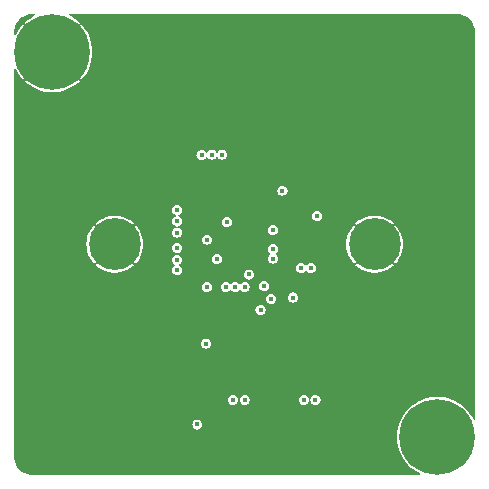
<source format=gbr>
%TF.GenerationSoftware,KiCad,Pcbnew,8.0.9*%
%TF.CreationDate,2025-03-13T22:53:30+08:00*%
%TF.ProjectId,Raspberry_pi_IMX662,52617370-6265-4727-9279-5f70695f494d,rev?*%
%TF.SameCoordinates,Original*%
%TF.FileFunction,Copper,L2,Inr*%
%TF.FilePolarity,Positive*%
%FSLAX46Y46*%
G04 Gerber Fmt 4.6, Leading zero omitted, Abs format (unit mm)*
G04 Created by KiCad (PCBNEW 8.0.9) date 2025-03-13 22:53:30*
%MOMM*%
%LPD*%
G01*
G04 APERTURE LIST*
%TA.AperFunction,ComponentPad*%
%ADD10C,6.400000*%
%TD*%
%TA.AperFunction,ComponentPad*%
%ADD11C,4.400000*%
%TD*%
%TA.AperFunction,ViaPad*%
%ADD12C,0.450000*%
%TD*%
G04 APERTURE END LIST*
D10*
%TO.N,unconnected-(H6-Pad1)*%
%TO.C,H6*%
X154900000Y-117350000D03*
%TD*%
D11*
%TO.N,GND*%
%TO.C,H2*%
X127600000Y-101050000D03*
%TD*%
%TO.N,GND*%
%TO.C,H1*%
X149600000Y-101050000D03*
%TD*%
D10*
%TO.N,GND*%
%TO.C,H5*%
X122300000Y-84750000D03*
%TD*%
D12*
%TO.N,GND*%
X139600000Y-115800000D03*
X141800000Y-102250000D03*
X142600000Y-115850000D03*
X136975000Y-100650000D03*
X143174999Y-85021823D03*
X132325000Y-90950000D03*
X137375000Y-90900000D03*
X145600000Y-115800000D03*
X135387940Y-102241926D03*
X146275000Y-90800000D03*
X141000000Y-98250000D03*
X141806261Y-97444669D03*
X125575000Y-108450000D03*
X133803990Y-99854653D03*
X146400000Y-96750000D03*
X135550000Y-107500000D03*
X141800000Y-99850000D03*
X141225000Y-90800000D03*
X142600000Y-104650000D03*
X135406169Y-99054082D03*
X136600000Y-115750000D03*
X148590000Y-117000000D03*
X137000000Y-98250000D03*
X122250000Y-115660000D03*
X134337500Y-85162500D03*
X128610000Y-117000000D03*
X135400000Y-103850000D03*
X133850000Y-98150000D03*
X133800000Y-102250000D03*
X137050000Y-103800000D03*
%TO.N,1V2*%
X136700000Y-93450000D03*
X142700000Y-105550000D03*
X135800000Y-93450000D03*
X140987202Y-99847158D03*
X137100000Y-99150000D03*
X136250000Y-102300000D03*
X140999999Y-101449661D03*
X141000000Y-102250000D03*
X135404082Y-104661131D03*
X134950000Y-93500000D03*
%TO.N,1V8*%
X141800000Y-96500000D03*
%TO.N,3V3*%
X132900000Y-103250000D03*
X132850000Y-102350000D03*
X132900000Y-99100000D03*
X132900000Y-101350000D03*
%TO.N,Net-(U1C-VRLST)*%
X135400000Y-100650000D03*
%TO.N,Net-(U1C-VRLFR)*%
X132900000Y-100050000D03*
%TO.N,Net-(U1C-VRHT)*%
X132900000Y-98150000D03*
%TO.N,Net-(U1C-XMASTER)*%
X136996671Y-104646227D03*
%TO.N,Net-(U1C-SLAMODE1)*%
X138960000Y-103600000D03*
%TO.N,Net-(U1C-SLAMODE0)*%
X140850000Y-105650000D03*
%TO.N,SCL_1V8*%
X137795311Y-104654780D03*
%TO.N,DMO2N*%
X144200000Y-103050000D03*
%TO.N,XCLR_1V8*%
X135350000Y-109450000D03*
X139950000Y-106610000D03*
%TO.N,DMO1P*%
X143600000Y-114200000D03*
%TO.N,Net-(U1C-INCK)*%
X144750000Y-98650000D03*
%TO.N,DCKN*%
X138600000Y-114200000D03*
%TO.N,DCKP*%
X137600000Y-114200000D03*
%TO.N,DMO2P*%
X143400000Y-103050000D03*
%TO.N,DMO1N*%
X144600000Y-114200000D03*
%TO.N,SDA_1V8*%
X138600000Y-104650000D03*
%TO.N,LED*%
X134600000Y-116300000D03*
%TO.N,Net-(U1C-XCLR)*%
X140250000Y-104600000D03*
%TD*%
%TA.AperFunction,Conductor*%
%TO.N,GND*%
G36*
X156602223Y-81550659D02*
G01*
X156808943Y-81565444D01*
X156817768Y-81566713D01*
X157018095Y-81610290D01*
X157026646Y-81612802D01*
X157218732Y-81684447D01*
X157226830Y-81688145D01*
X157324805Y-81741643D01*
X157406766Y-81786397D01*
X157414268Y-81791218D01*
X157578388Y-81914077D01*
X157585127Y-81919917D01*
X157730082Y-82064872D01*
X157735922Y-82071611D01*
X157858781Y-82235731D01*
X157863602Y-82243233D01*
X157961851Y-82423162D01*
X157965555Y-82431273D01*
X158037196Y-82623350D01*
X158039709Y-82631907D01*
X158083286Y-82832231D01*
X158084555Y-82841057D01*
X158099341Y-83047776D01*
X158099500Y-83052235D01*
X158099500Y-115873888D01*
X158081194Y-115918082D01*
X158037000Y-115936388D01*
X157992806Y-115918082D01*
X157981781Y-115903164D01*
X157818019Y-115594279D01*
X157818012Y-115594268D01*
X157611096Y-115289092D01*
X157611093Y-115289087D01*
X157372380Y-115008052D01*
X157372378Y-115008050D01*
X157372373Y-115008044D01*
X157104670Y-114754462D01*
X156811119Y-114531309D01*
X156680290Y-114452593D01*
X156495162Y-114341205D01*
X156160503Y-114186375D01*
X156160495Y-114186372D01*
X156160488Y-114186369D01*
X155811077Y-114068639D01*
X155811066Y-114068636D01*
X155450946Y-113989367D01*
X155084373Y-113949500D01*
X155084370Y-113949500D01*
X154715630Y-113949500D01*
X154715626Y-113949500D01*
X154349053Y-113989367D01*
X153988933Y-114068636D01*
X153988922Y-114068639D01*
X153639511Y-114186369D01*
X153639500Y-114186373D01*
X153639497Y-114186375D01*
X153433725Y-114281575D01*
X153304846Y-114341201D01*
X153304843Y-114341202D01*
X153304838Y-114341205D01*
X153198425Y-114405231D01*
X152988880Y-114531309D01*
X152695329Y-114754462D01*
X152427630Y-115008041D01*
X152427619Y-115008052D01*
X152188906Y-115289087D01*
X152188903Y-115289092D01*
X151981987Y-115594268D01*
X151981980Y-115594279D01*
X151809264Y-115920054D01*
X151809260Y-115920062D01*
X151672774Y-116262617D01*
X151672773Y-116262618D01*
X151574125Y-116617918D01*
X151514468Y-116981806D01*
X151494506Y-117349994D01*
X151494506Y-117350005D01*
X151514468Y-117718193D01*
X151574125Y-118082081D01*
X151672773Y-118437381D01*
X151672774Y-118437382D01*
X151809260Y-118779937D01*
X151809264Y-118779945D01*
X151981980Y-119105720D01*
X151981987Y-119105731D01*
X152188903Y-119410907D01*
X152188906Y-119410912D01*
X152188909Y-119410915D01*
X152188910Y-119410917D01*
X152244743Y-119476649D01*
X152414784Y-119676837D01*
X152427627Y-119691956D01*
X152695329Y-119945537D01*
X152988880Y-120168690D01*
X153106343Y-120239364D01*
X153304838Y-120358795D01*
X153304845Y-120358798D01*
X153304848Y-120358800D01*
X153304858Y-120358805D01*
X153459342Y-120430277D01*
X153491765Y-120465447D01*
X153489822Y-120513243D01*
X153454652Y-120545666D01*
X153433099Y-120549500D01*
X120602236Y-120549500D01*
X120597777Y-120549341D01*
X120391057Y-120534555D01*
X120382231Y-120533286D01*
X120181907Y-120489709D01*
X120173350Y-120487196D01*
X119981273Y-120415555D01*
X119973162Y-120411851D01*
X119793233Y-120313602D01*
X119785731Y-120308781D01*
X119621611Y-120185922D01*
X119614872Y-120180082D01*
X119469917Y-120035127D01*
X119464077Y-120028388D01*
X119341218Y-119864268D01*
X119336397Y-119856766D01*
X119246399Y-119691947D01*
X119238145Y-119676830D01*
X119234447Y-119668732D01*
X119162802Y-119476646D01*
X119160290Y-119468092D01*
X119147851Y-119410912D01*
X119116713Y-119267768D01*
X119115444Y-119258942D01*
X119100659Y-119052223D01*
X119100500Y-119047764D01*
X119100500Y-116300000D01*
X134169196Y-116300000D01*
X134190281Y-116433126D01*
X134190282Y-116433130D01*
X134251471Y-116553219D01*
X134346780Y-116648528D01*
X134466869Y-116709717D01*
X134466871Y-116709717D01*
X134466874Y-116709719D01*
X134600000Y-116730804D01*
X134733126Y-116709719D01*
X134853220Y-116648528D01*
X134948528Y-116553220D01*
X135009719Y-116433126D01*
X135030804Y-116300000D01*
X135009719Y-116166874D01*
X135009717Y-116166871D01*
X135009717Y-116166869D01*
X134948528Y-116046780D01*
X134853219Y-115951471D01*
X134733130Y-115890282D01*
X134733126Y-115890281D01*
X134600000Y-115869196D01*
X134466873Y-115890281D01*
X134466869Y-115890282D01*
X134346780Y-115951471D01*
X134251471Y-116046780D01*
X134190282Y-116166869D01*
X134190281Y-116166873D01*
X134169196Y-116300000D01*
X119100500Y-116300000D01*
X119100500Y-114200000D01*
X137169196Y-114200000D01*
X137190281Y-114333126D01*
X137190282Y-114333130D01*
X137251471Y-114453219D01*
X137346780Y-114548528D01*
X137466869Y-114609717D01*
X137466871Y-114609717D01*
X137466874Y-114609719D01*
X137600000Y-114630804D01*
X137733126Y-114609719D01*
X137853220Y-114548528D01*
X137948528Y-114453220D01*
X138009719Y-114333126D01*
X138030804Y-114200000D01*
X138169196Y-114200000D01*
X138190281Y-114333126D01*
X138190282Y-114333130D01*
X138251471Y-114453219D01*
X138346780Y-114548528D01*
X138466869Y-114609717D01*
X138466871Y-114609717D01*
X138466874Y-114609719D01*
X138600000Y-114630804D01*
X138733126Y-114609719D01*
X138853220Y-114548528D01*
X138948528Y-114453220D01*
X139009719Y-114333126D01*
X139030804Y-114200000D01*
X143169196Y-114200000D01*
X143190281Y-114333126D01*
X143190282Y-114333130D01*
X143251471Y-114453219D01*
X143346780Y-114548528D01*
X143466869Y-114609717D01*
X143466871Y-114609717D01*
X143466874Y-114609719D01*
X143600000Y-114630804D01*
X143733126Y-114609719D01*
X143853220Y-114548528D01*
X143948528Y-114453220D01*
X144009719Y-114333126D01*
X144030804Y-114200000D01*
X144169196Y-114200000D01*
X144190281Y-114333126D01*
X144190282Y-114333130D01*
X144251471Y-114453219D01*
X144346780Y-114548528D01*
X144466869Y-114609717D01*
X144466871Y-114609717D01*
X144466874Y-114609719D01*
X144600000Y-114630804D01*
X144733126Y-114609719D01*
X144853220Y-114548528D01*
X144948528Y-114453220D01*
X145009719Y-114333126D01*
X145030804Y-114200000D01*
X145009719Y-114066874D01*
X145009717Y-114066871D01*
X145009717Y-114066869D01*
X144948528Y-113946780D01*
X144853219Y-113851471D01*
X144733130Y-113790282D01*
X144733126Y-113790281D01*
X144600000Y-113769196D01*
X144466873Y-113790281D01*
X144466869Y-113790282D01*
X144346780Y-113851471D01*
X144251471Y-113946780D01*
X144190282Y-114066869D01*
X144190281Y-114066873D01*
X144169196Y-114200000D01*
X144030804Y-114200000D01*
X144009719Y-114066874D01*
X144009717Y-114066871D01*
X144009717Y-114066869D01*
X143948528Y-113946780D01*
X143853219Y-113851471D01*
X143733130Y-113790282D01*
X143733126Y-113790281D01*
X143600000Y-113769196D01*
X143466873Y-113790281D01*
X143466869Y-113790282D01*
X143346780Y-113851471D01*
X143251471Y-113946780D01*
X143190282Y-114066869D01*
X143190281Y-114066873D01*
X143169196Y-114200000D01*
X139030804Y-114200000D01*
X139009719Y-114066874D01*
X139009717Y-114066871D01*
X139009717Y-114066869D01*
X138948528Y-113946780D01*
X138853219Y-113851471D01*
X138733130Y-113790282D01*
X138733126Y-113790281D01*
X138600000Y-113769196D01*
X138466873Y-113790281D01*
X138466869Y-113790282D01*
X138346780Y-113851471D01*
X138251471Y-113946780D01*
X138190282Y-114066869D01*
X138190281Y-114066873D01*
X138169196Y-114200000D01*
X138030804Y-114200000D01*
X138009719Y-114066874D01*
X138009717Y-114066871D01*
X138009717Y-114066869D01*
X137948528Y-113946780D01*
X137853219Y-113851471D01*
X137733130Y-113790282D01*
X137733126Y-113790281D01*
X137600000Y-113769196D01*
X137466873Y-113790281D01*
X137466869Y-113790282D01*
X137346780Y-113851471D01*
X137251471Y-113946780D01*
X137190282Y-114066869D01*
X137190281Y-114066873D01*
X137169196Y-114200000D01*
X119100500Y-114200000D01*
X119100500Y-109450000D01*
X134919196Y-109450000D01*
X134940281Y-109583126D01*
X134940282Y-109583130D01*
X135001471Y-109703219D01*
X135096780Y-109798528D01*
X135216869Y-109859717D01*
X135216871Y-109859717D01*
X135216874Y-109859719D01*
X135350000Y-109880804D01*
X135483126Y-109859719D01*
X135603220Y-109798528D01*
X135698528Y-109703220D01*
X135759719Y-109583126D01*
X135780804Y-109450000D01*
X135759719Y-109316874D01*
X135759717Y-109316871D01*
X135759717Y-109316869D01*
X135698528Y-109196780D01*
X135603219Y-109101471D01*
X135483130Y-109040282D01*
X135483126Y-109040281D01*
X135350000Y-109019196D01*
X135216873Y-109040281D01*
X135216869Y-109040282D01*
X135096780Y-109101471D01*
X135001471Y-109196780D01*
X134940282Y-109316869D01*
X134940281Y-109316873D01*
X134919196Y-109450000D01*
X119100500Y-109450000D01*
X119100500Y-106610000D01*
X139519196Y-106610000D01*
X139540281Y-106743126D01*
X139540282Y-106743130D01*
X139601471Y-106863219D01*
X139696780Y-106958528D01*
X139816869Y-107019717D01*
X139816871Y-107019717D01*
X139816874Y-107019719D01*
X139950000Y-107040804D01*
X140083126Y-107019719D01*
X140203220Y-106958528D01*
X140298528Y-106863220D01*
X140359719Y-106743126D01*
X140380804Y-106610000D01*
X140359719Y-106476874D01*
X140359717Y-106476871D01*
X140359717Y-106476869D01*
X140298528Y-106356780D01*
X140203219Y-106261471D01*
X140083130Y-106200282D01*
X140083126Y-106200281D01*
X139950000Y-106179196D01*
X139816873Y-106200281D01*
X139816869Y-106200282D01*
X139696780Y-106261471D01*
X139601471Y-106356780D01*
X139540282Y-106476869D01*
X139540281Y-106476873D01*
X139519196Y-106610000D01*
X119100500Y-106610000D01*
X119100500Y-105650000D01*
X140419196Y-105650000D01*
X140440281Y-105783126D01*
X140440282Y-105783130D01*
X140501471Y-105903219D01*
X140596780Y-105998528D01*
X140716869Y-106059717D01*
X140716871Y-106059717D01*
X140716874Y-106059719D01*
X140850000Y-106080804D01*
X140983126Y-106059719D01*
X141103220Y-105998528D01*
X141198528Y-105903220D01*
X141259719Y-105783126D01*
X141280804Y-105650000D01*
X141264966Y-105550000D01*
X142269196Y-105550000D01*
X142290281Y-105683126D01*
X142290282Y-105683130D01*
X142351471Y-105803219D01*
X142446780Y-105898528D01*
X142566869Y-105959717D01*
X142566871Y-105959717D01*
X142566874Y-105959719D01*
X142700000Y-105980804D01*
X142833126Y-105959719D01*
X142953220Y-105898528D01*
X143048528Y-105803220D01*
X143109719Y-105683126D01*
X143130804Y-105550000D01*
X143109719Y-105416874D01*
X143109717Y-105416871D01*
X143109717Y-105416869D01*
X143048528Y-105296780D01*
X142953219Y-105201471D01*
X142833130Y-105140282D01*
X142833126Y-105140281D01*
X142700000Y-105119196D01*
X142566873Y-105140281D01*
X142566869Y-105140282D01*
X142446780Y-105201471D01*
X142351471Y-105296780D01*
X142290282Y-105416869D01*
X142290281Y-105416873D01*
X142269196Y-105550000D01*
X141264966Y-105550000D01*
X141259719Y-105516874D01*
X141259717Y-105516871D01*
X141259717Y-105516869D01*
X141198528Y-105396780D01*
X141103219Y-105301471D01*
X140983130Y-105240282D01*
X140983126Y-105240281D01*
X140850000Y-105219196D01*
X140716873Y-105240281D01*
X140716869Y-105240282D01*
X140596780Y-105301471D01*
X140501471Y-105396780D01*
X140440282Y-105516869D01*
X140440281Y-105516873D01*
X140419196Y-105650000D01*
X119100500Y-105650000D01*
X119100500Y-104661131D01*
X134973278Y-104661131D01*
X134994363Y-104794257D01*
X134994364Y-104794261D01*
X135055553Y-104914350D01*
X135150862Y-105009659D01*
X135270951Y-105070848D01*
X135270953Y-105070848D01*
X135270956Y-105070850D01*
X135404082Y-105091935D01*
X135537208Y-105070850D01*
X135657302Y-105009659D01*
X135752610Y-104914351D01*
X135813801Y-104794257D01*
X135834886Y-104661131D01*
X135832525Y-104646227D01*
X136565867Y-104646227D01*
X136586952Y-104779353D01*
X136586953Y-104779357D01*
X136648142Y-104899446D01*
X136743451Y-104994755D01*
X136863540Y-105055944D01*
X136863542Y-105055944D01*
X136863545Y-105055946D01*
X136996671Y-105077031D01*
X137129797Y-105055946D01*
X137249891Y-104994755D01*
X137345199Y-104899447D01*
X137345199Y-104899446D01*
X137348677Y-104895969D01*
X137350880Y-104898172D01*
X137382919Y-104878350D01*
X137429480Y-104889317D01*
X137442787Y-104904820D01*
X137443890Y-104904019D01*
X137446781Y-104907998D01*
X137542091Y-105003308D01*
X137662180Y-105064497D01*
X137662182Y-105064497D01*
X137662185Y-105064499D01*
X137795311Y-105085584D01*
X137928437Y-105064499D01*
X138048531Y-105003308D01*
X138143839Y-104908000D01*
X138143840Y-104907997D01*
X138146732Y-104904019D01*
X138148043Y-104904971D01*
X138179698Y-104877925D01*
X138227386Y-104881669D01*
X138249584Y-104900622D01*
X138251471Y-104903219D01*
X138346780Y-104998528D01*
X138466869Y-105059717D01*
X138466871Y-105059717D01*
X138466874Y-105059719D01*
X138600000Y-105080804D01*
X138733126Y-105059719D01*
X138853220Y-104998528D01*
X138948528Y-104903220D01*
X139009719Y-104783126D01*
X139030804Y-104650000D01*
X139022885Y-104600000D01*
X139819196Y-104600000D01*
X139840281Y-104733126D01*
X139840282Y-104733130D01*
X139901471Y-104853219D01*
X139996780Y-104948528D01*
X140116869Y-105009717D01*
X140116871Y-105009717D01*
X140116874Y-105009719D01*
X140250000Y-105030804D01*
X140383126Y-105009719D01*
X140503220Y-104948528D01*
X140598528Y-104853220D01*
X140659719Y-104733126D01*
X140680804Y-104600000D01*
X140659719Y-104466874D01*
X140659717Y-104466871D01*
X140659717Y-104466869D01*
X140598528Y-104346780D01*
X140503219Y-104251471D01*
X140383130Y-104190282D01*
X140383126Y-104190281D01*
X140250000Y-104169196D01*
X140116873Y-104190281D01*
X140116869Y-104190282D01*
X139996780Y-104251471D01*
X139901471Y-104346780D01*
X139840282Y-104466869D01*
X139840281Y-104466873D01*
X139819196Y-104600000D01*
X139022885Y-104600000D01*
X139009719Y-104516874D01*
X139009717Y-104516871D01*
X139009717Y-104516869D01*
X138948528Y-104396780D01*
X138853219Y-104301471D01*
X138733130Y-104240282D01*
X138733126Y-104240281D01*
X138600000Y-104219196D01*
X138466873Y-104240281D01*
X138466869Y-104240282D01*
X138346780Y-104301471D01*
X138251470Y-104396781D01*
X138248579Y-104400761D01*
X138247271Y-104399811D01*
X138215591Y-104426861D01*
X138167904Y-104423100D01*
X138145725Y-104404156D01*
X138143840Y-104401562D01*
X138143839Y-104401560D01*
X138048531Y-104306252D01*
X138048530Y-104306251D01*
X137928441Y-104245062D01*
X137928437Y-104245061D01*
X137795311Y-104223976D01*
X137662184Y-104245061D01*
X137662180Y-104245062D01*
X137542091Y-104306251D01*
X137443305Y-104405038D01*
X137441192Y-104402925D01*
X137408502Y-104422745D01*
X137362042Y-104411355D01*
X137349165Y-104396208D01*
X137348092Y-104396988D01*
X137345200Y-104393008D01*
X137249890Y-104297698D01*
X137129801Y-104236509D01*
X137129797Y-104236508D01*
X136996671Y-104215423D01*
X136863544Y-104236508D01*
X136863540Y-104236509D01*
X136743451Y-104297698D01*
X136648142Y-104393007D01*
X136586953Y-104513096D01*
X136586952Y-104513100D01*
X136565867Y-104646227D01*
X135832525Y-104646227D01*
X135813801Y-104528005D01*
X135813799Y-104528002D01*
X135813799Y-104528000D01*
X135752610Y-104407911D01*
X135657301Y-104312602D01*
X135537212Y-104251413D01*
X135537208Y-104251412D01*
X135404082Y-104230327D01*
X135270955Y-104251412D01*
X135270951Y-104251413D01*
X135150862Y-104312602D01*
X135055553Y-104407911D01*
X134994364Y-104528000D01*
X134994363Y-104528004D01*
X134973278Y-104661131D01*
X119100500Y-104661131D01*
X119100500Y-101050000D01*
X125195255Y-101050000D01*
X125214217Y-101351397D01*
X125214218Y-101351401D01*
X125270803Y-101648035D01*
X125364123Y-101935241D01*
X125364126Y-101935248D01*
X125492706Y-102208495D01*
X125492716Y-102208513D01*
X125654513Y-102463463D01*
X125654528Y-102463485D01*
X125831351Y-102677225D01*
X126752974Y-101755601D01*
X126760967Y-101766602D01*
X126883398Y-101889033D01*
X126894396Y-101897024D01*
X125975038Y-102816382D01*
X126067158Y-102902888D01*
X126311476Y-103080394D01*
X126311483Y-103080399D01*
X126576107Y-103225876D01*
X126576112Y-103225879D01*
X126856887Y-103337046D01*
X126856906Y-103337052D01*
X127149393Y-103412149D01*
X127149391Y-103412149D01*
X127449006Y-103450000D01*
X127750994Y-103450000D01*
X128050607Y-103412149D01*
X128343093Y-103337052D01*
X128343112Y-103337046D01*
X128623887Y-103225879D01*
X128623892Y-103225876D01*
X128888516Y-103080399D01*
X128888523Y-103080394D01*
X129132845Y-102902884D01*
X129224959Y-102816381D01*
X128305602Y-101897024D01*
X128316602Y-101889033D01*
X128439033Y-101766602D01*
X128447024Y-101755602D01*
X129368647Y-102677225D01*
X129368648Y-102677225D01*
X129545478Y-102463476D01*
X129617492Y-102350000D01*
X132419196Y-102350000D01*
X132440281Y-102483126D01*
X132440282Y-102483130D01*
X132501471Y-102603219D01*
X132596780Y-102698528D01*
X132711635Y-102757050D01*
X132742702Y-102793425D01*
X132738949Y-102841112D01*
X132711636Y-102868426D01*
X132646779Y-102901472D01*
X132551471Y-102996780D01*
X132490282Y-103116869D01*
X132490281Y-103116873D01*
X132469196Y-103250000D01*
X132490281Y-103383126D01*
X132490282Y-103383130D01*
X132551471Y-103503219D01*
X132646780Y-103598528D01*
X132766869Y-103659717D01*
X132766871Y-103659717D01*
X132766874Y-103659719D01*
X132900000Y-103680804D01*
X133033126Y-103659719D01*
X133150331Y-103600000D01*
X138529196Y-103600000D01*
X138550281Y-103733126D01*
X138550282Y-103733130D01*
X138611471Y-103853219D01*
X138706780Y-103948528D01*
X138826869Y-104009717D01*
X138826871Y-104009717D01*
X138826874Y-104009719D01*
X138960000Y-104030804D01*
X139093126Y-104009719D01*
X139213220Y-103948528D01*
X139308528Y-103853220D01*
X139369719Y-103733126D01*
X139390804Y-103600000D01*
X139369719Y-103466874D01*
X139369717Y-103466871D01*
X139369717Y-103466869D01*
X139308528Y-103346780D01*
X139213219Y-103251471D01*
X139093130Y-103190282D01*
X139093126Y-103190281D01*
X138960000Y-103169196D01*
X138826873Y-103190281D01*
X138826869Y-103190282D01*
X138706780Y-103251471D01*
X138611471Y-103346780D01*
X138550282Y-103466869D01*
X138550281Y-103466873D01*
X138529196Y-103600000D01*
X133150331Y-103600000D01*
X133153220Y-103598528D01*
X133248528Y-103503220D01*
X133309719Y-103383126D01*
X133330804Y-103250000D01*
X133309719Y-103116874D01*
X133309717Y-103116871D01*
X133309717Y-103116869D01*
X133275645Y-103050000D01*
X142969196Y-103050000D01*
X142990281Y-103183126D01*
X142990282Y-103183130D01*
X143051471Y-103303219D01*
X143146780Y-103398528D01*
X143266869Y-103459717D01*
X143266871Y-103459717D01*
X143266874Y-103459719D01*
X143400000Y-103480804D01*
X143533126Y-103459719D01*
X143653220Y-103398528D01*
X143748528Y-103303220D01*
X143748531Y-103303212D01*
X143749437Y-103301968D01*
X143750322Y-103301425D01*
X143752006Y-103299742D01*
X143752410Y-103300146D01*
X143790224Y-103276975D01*
X143836738Y-103288143D01*
X143850563Y-103301968D01*
X143851470Y-103303217D01*
X143851472Y-103303220D01*
X143851474Y-103303222D01*
X143946780Y-103398528D01*
X144066869Y-103459717D01*
X144066871Y-103459717D01*
X144066874Y-103459719D01*
X144200000Y-103480804D01*
X144333126Y-103459719D01*
X144453220Y-103398528D01*
X144548528Y-103303220D01*
X144609719Y-103183126D01*
X144630804Y-103050000D01*
X144609719Y-102916874D01*
X144609717Y-102916871D01*
X144609717Y-102916869D01*
X144548528Y-102796780D01*
X144453219Y-102701471D01*
X144333130Y-102640282D01*
X144333126Y-102640281D01*
X144200000Y-102619196D01*
X144066873Y-102640281D01*
X144066869Y-102640282D01*
X143946780Y-102701471D01*
X143851468Y-102796783D01*
X143850559Y-102798035D01*
X143849676Y-102798575D01*
X143847994Y-102800258D01*
X143847590Y-102799854D01*
X143809770Y-102823025D01*
X143763258Y-102811852D01*
X143749441Y-102798035D01*
X143748531Y-102796783D01*
X143653219Y-102701471D01*
X143533130Y-102640282D01*
X143533126Y-102640281D01*
X143400000Y-102619196D01*
X143266873Y-102640281D01*
X143266869Y-102640282D01*
X143146780Y-102701471D01*
X143051471Y-102796780D01*
X142990282Y-102916869D01*
X142990281Y-102916873D01*
X142969196Y-103050000D01*
X133275645Y-103050000D01*
X133248528Y-102996780D01*
X133153220Y-102901472D01*
X133038363Y-102842949D01*
X133007297Y-102806574D01*
X133011050Y-102758886D01*
X133038362Y-102731574D01*
X133103220Y-102698528D01*
X133198528Y-102603220D01*
X133259719Y-102483126D01*
X133280804Y-102350000D01*
X133272885Y-102300000D01*
X135819196Y-102300000D01*
X135840281Y-102433126D01*
X135840282Y-102433130D01*
X135901471Y-102553219D01*
X135996780Y-102648528D01*
X136116869Y-102709717D01*
X136116871Y-102709717D01*
X136116874Y-102709719D01*
X136250000Y-102730804D01*
X136383126Y-102709719D01*
X136503220Y-102648528D01*
X136598528Y-102553220D01*
X136659719Y-102433126D01*
X136680804Y-102300000D01*
X136659719Y-102166874D01*
X136659717Y-102166871D01*
X136659717Y-102166869D01*
X136598528Y-102046780D01*
X136503219Y-101951471D01*
X136383130Y-101890282D01*
X136383126Y-101890281D01*
X136250000Y-101869196D01*
X136116873Y-101890281D01*
X136116869Y-101890282D01*
X135996780Y-101951471D01*
X135901471Y-102046780D01*
X135840282Y-102166869D01*
X135840281Y-102166873D01*
X135819196Y-102300000D01*
X133272885Y-102300000D01*
X133259719Y-102216874D01*
X133259717Y-102216871D01*
X133259717Y-102216869D01*
X133198528Y-102096780D01*
X133103219Y-102001471D01*
X132983130Y-101940282D01*
X132983126Y-101940281D01*
X132850000Y-101919196D01*
X132716873Y-101940281D01*
X132716869Y-101940282D01*
X132596780Y-102001471D01*
X132501471Y-102096780D01*
X132440282Y-102216869D01*
X132440281Y-102216873D01*
X132419196Y-102350000D01*
X129617492Y-102350000D01*
X129707289Y-102208501D01*
X129707293Y-102208495D01*
X129835873Y-101935248D01*
X129835876Y-101935241D01*
X129929196Y-101648035D01*
X129985781Y-101351401D01*
X129985782Y-101351397D01*
X129985870Y-101350000D01*
X132469196Y-101350000D01*
X132490281Y-101483126D01*
X132490282Y-101483130D01*
X132551471Y-101603219D01*
X132646780Y-101698528D01*
X132766869Y-101759717D01*
X132766871Y-101759717D01*
X132766874Y-101759719D01*
X132900000Y-101780804D01*
X133033126Y-101759719D01*
X133153220Y-101698528D01*
X133248528Y-101603220D01*
X133309719Y-101483126D01*
X133315019Y-101449661D01*
X140569195Y-101449661D01*
X140590280Y-101582787D01*
X140590281Y-101582791D01*
X140649253Y-101698528D01*
X140651471Y-101702881D01*
X140746779Y-101798189D01*
X140746781Y-101798190D01*
X140748262Y-101799266D01*
X140748904Y-101800314D01*
X140750257Y-101801667D01*
X140749932Y-101801991D01*
X140773256Y-101840052D01*
X140762090Y-101886566D01*
X140748272Y-101900386D01*
X140746785Y-101901466D01*
X140651471Y-101996780D01*
X140590282Y-102116869D01*
X140590281Y-102116873D01*
X140569196Y-102250000D01*
X140590281Y-102383126D01*
X140590282Y-102383130D01*
X140651471Y-102503219D01*
X140746780Y-102598528D01*
X140866869Y-102659717D01*
X140866871Y-102659717D01*
X140866874Y-102659719D01*
X141000000Y-102680804D01*
X141133126Y-102659719D01*
X141253220Y-102598528D01*
X141348528Y-102503220D01*
X141409719Y-102383126D01*
X141430804Y-102250000D01*
X141409719Y-102116874D01*
X141409717Y-102116871D01*
X141409717Y-102116869D01*
X141348528Y-101996780D01*
X141253222Y-101901474D01*
X141253220Y-101901472D01*
X141253217Y-101901470D01*
X141251734Y-101900393D01*
X141251089Y-101899341D01*
X141249742Y-101897994D01*
X141250065Y-101897670D01*
X141226741Y-101859606D01*
X141237909Y-101813092D01*
X141251736Y-101799266D01*
X141253213Y-101798191D01*
X141253219Y-101798189D01*
X141348527Y-101702881D01*
X141409718Y-101582787D01*
X141430803Y-101449661D01*
X141409718Y-101316535D01*
X141409716Y-101316532D01*
X141409716Y-101316530D01*
X141348527Y-101196441D01*
X141253218Y-101101132D01*
X141152867Y-101050000D01*
X147195255Y-101050000D01*
X147214217Y-101351397D01*
X147214218Y-101351401D01*
X147270803Y-101648035D01*
X147364123Y-101935241D01*
X147364126Y-101935248D01*
X147492706Y-102208495D01*
X147492716Y-102208513D01*
X147654513Y-102463463D01*
X147654528Y-102463485D01*
X147831351Y-102677225D01*
X148752974Y-101755601D01*
X148760967Y-101766602D01*
X148883398Y-101889033D01*
X148894396Y-101897024D01*
X147975038Y-102816382D01*
X148067158Y-102902888D01*
X148311476Y-103080394D01*
X148311483Y-103080399D01*
X148576107Y-103225876D01*
X148576112Y-103225879D01*
X148856887Y-103337046D01*
X148856906Y-103337052D01*
X149149393Y-103412149D01*
X149149391Y-103412149D01*
X149449006Y-103450000D01*
X149750994Y-103450000D01*
X150050607Y-103412149D01*
X150343093Y-103337052D01*
X150343112Y-103337046D01*
X150623887Y-103225879D01*
X150623892Y-103225876D01*
X150888516Y-103080399D01*
X150888523Y-103080394D01*
X151132845Y-102902884D01*
X151224959Y-102816381D01*
X150305602Y-101897024D01*
X150316602Y-101889033D01*
X150439033Y-101766602D01*
X150447024Y-101755602D01*
X151368647Y-102677225D01*
X151368648Y-102677225D01*
X151545478Y-102463476D01*
X151707289Y-102208501D01*
X151707293Y-102208495D01*
X151835873Y-101935248D01*
X151835876Y-101935241D01*
X151929196Y-101648035D01*
X151985781Y-101351401D01*
X151985782Y-101351397D01*
X152004744Y-101050000D01*
X151985782Y-100748602D01*
X151985781Y-100748598D01*
X151929196Y-100451964D01*
X151835876Y-100164758D01*
X151835873Y-100164751D01*
X151707293Y-99891504D01*
X151707283Y-99891486D01*
X151545486Y-99636536D01*
X151545471Y-99636514D01*
X151368647Y-99422773D01*
X150447023Y-100344396D01*
X150439033Y-100333398D01*
X150316602Y-100210967D01*
X150305601Y-100202974D01*
X151224960Y-99283616D01*
X151132841Y-99197111D01*
X150888523Y-99019605D01*
X150888516Y-99019600D01*
X150623892Y-98874123D01*
X150623887Y-98874120D01*
X150343112Y-98762953D01*
X150343093Y-98762947D01*
X150050606Y-98687850D01*
X150050608Y-98687850D01*
X149750994Y-98650000D01*
X149449006Y-98650000D01*
X149149392Y-98687850D01*
X148856906Y-98762947D01*
X148856887Y-98762953D01*
X148576112Y-98874120D01*
X148576107Y-98874123D01*
X148311483Y-99019600D01*
X148311476Y-99019605D01*
X148067158Y-99197111D01*
X147975038Y-99283616D01*
X148894397Y-100202975D01*
X148883398Y-100210967D01*
X148760967Y-100333398D01*
X148752975Y-100344397D01*
X147831351Y-99422773D01*
X147831350Y-99422773D01*
X147654518Y-99636528D01*
X147654516Y-99636530D01*
X147492716Y-99891486D01*
X147492706Y-99891504D01*
X147364126Y-100164751D01*
X147364123Y-100164758D01*
X147270803Y-100451964D01*
X147214218Y-100748598D01*
X147214217Y-100748602D01*
X147195255Y-101050000D01*
X141152867Y-101050000D01*
X141133129Y-101039943D01*
X141133125Y-101039942D01*
X140999999Y-101018857D01*
X140866872Y-101039942D01*
X140866868Y-101039943D01*
X140746779Y-101101132D01*
X140651470Y-101196441D01*
X140590281Y-101316530D01*
X140590280Y-101316534D01*
X140569195Y-101449661D01*
X133315019Y-101449661D01*
X133330804Y-101350000D01*
X133309719Y-101216874D01*
X133309717Y-101216871D01*
X133309717Y-101216869D01*
X133248528Y-101096780D01*
X133153219Y-101001471D01*
X133033130Y-100940282D01*
X133033126Y-100940281D01*
X132900000Y-100919196D01*
X132766873Y-100940281D01*
X132766869Y-100940282D01*
X132646780Y-101001471D01*
X132551471Y-101096780D01*
X132490282Y-101216869D01*
X132490281Y-101216873D01*
X132469196Y-101350000D01*
X129985870Y-101350000D01*
X130004744Y-101050000D01*
X129985782Y-100748602D01*
X129985781Y-100748598D01*
X129966973Y-100650000D01*
X134969196Y-100650000D01*
X134990281Y-100783126D01*
X134990282Y-100783130D01*
X135051471Y-100903219D01*
X135146780Y-100998528D01*
X135266869Y-101059717D01*
X135266871Y-101059717D01*
X135266874Y-101059719D01*
X135400000Y-101080804D01*
X135533126Y-101059719D01*
X135653220Y-100998528D01*
X135748528Y-100903220D01*
X135809719Y-100783126D01*
X135830804Y-100650000D01*
X135809719Y-100516874D01*
X135809717Y-100516871D01*
X135809717Y-100516869D01*
X135748528Y-100396780D01*
X135653219Y-100301471D01*
X135533130Y-100240282D01*
X135533126Y-100240281D01*
X135400000Y-100219196D01*
X135266873Y-100240281D01*
X135266869Y-100240282D01*
X135146780Y-100301471D01*
X135051471Y-100396780D01*
X134990282Y-100516869D01*
X134990281Y-100516873D01*
X134969196Y-100650000D01*
X129966973Y-100650000D01*
X129929196Y-100451964D01*
X129835876Y-100164758D01*
X129835873Y-100164751D01*
X129707293Y-99891504D01*
X129707283Y-99891486D01*
X129545486Y-99636536D01*
X129545471Y-99636514D01*
X129368647Y-99422773D01*
X128447023Y-100344396D01*
X128439033Y-100333398D01*
X128316602Y-100210967D01*
X128305601Y-100202974D01*
X129224960Y-99283616D01*
X129132841Y-99197111D01*
X128888523Y-99019605D01*
X128888516Y-99019600D01*
X128623892Y-98874123D01*
X128623887Y-98874120D01*
X128343112Y-98762953D01*
X128343093Y-98762947D01*
X128050606Y-98687850D01*
X128050608Y-98687850D01*
X127750994Y-98650000D01*
X127449006Y-98650000D01*
X127149392Y-98687850D01*
X126856906Y-98762947D01*
X126856887Y-98762953D01*
X126576112Y-98874120D01*
X126576107Y-98874123D01*
X126311483Y-99019600D01*
X126311476Y-99019605D01*
X126067158Y-99197111D01*
X125975038Y-99283616D01*
X126894397Y-100202975D01*
X126883398Y-100210967D01*
X126760967Y-100333398D01*
X126752975Y-100344397D01*
X125831351Y-99422773D01*
X125831350Y-99422773D01*
X125654518Y-99636528D01*
X125654516Y-99636530D01*
X125492716Y-99891486D01*
X125492706Y-99891504D01*
X125364126Y-100164751D01*
X125364123Y-100164758D01*
X125270803Y-100451964D01*
X125214218Y-100748598D01*
X125214217Y-100748602D01*
X125195255Y-101050000D01*
X119100500Y-101050000D01*
X119100500Y-98150000D01*
X132469196Y-98150000D01*
X132490281Y-98283126D01*
X132490282Y-98283130D01*
X132551471Y-98403219D01*
X132646780Y-98498528D01*
X132766869Y-98559717D01*
X132766871Y-98559717D01*
X132766874Y-98559719D01*
X132766877Y-98559719D01*
X132766879Y-98559720D01*
X132789291Y-98563270D01*
X132830078Y-98588264D01*
X132841244Y-98634777D01*
X132816250Y-98675564D01*
X132789291Y-98686730D01*
X132766879Y-98690279D01*
X132766869Y-98690282D01*
X132646780Y-98751471D01*
X132551471Y-98846780D01*
X132490282Y-98966869D01*
X132490281Y-98966873D01*
X132469196Y-99100000D01*
X132490281Y-99233126D01*
X132490282Y-99233130D01*
X132551471Y-99353219D01*
X132646780Y-99448528D01*
X132766869Y-99509717D01*
X132766871Y-99509717D01*
X132766874Y-99509719D01*
X132766877Y-99509719D01*
X132766879Y-99509720D01*
X132789291Y-99513270D01*
X132830078Y-99538264D01*
X132841244Y-99584777D01*
X132816250Y-99625564D01*
X132789291Y-99636730D01*
X132766879Y-99640279D01*
X132766869Y-99640282D01*
X132646780Y-99701471D01*
X132551471Y-99796780D01*
X132490282Y-99916869D01*
X132490281Y-99916873D01*
X132469196Y-100050000D01*
X132490281Y-100183126D01*
X132490282Y-100183130D01*
X132551471Y-100303219D01*
X132646780Y-100398528D01*
X132766869Y-100459717D01*
X132766871Y-100459717D01*
X132766874Y-100459719D01*
X132900000Y-100480804D01*
X133033126Y-100459719D01*
X133153220Y-100398528D01*
X133248528Y-100303220D01*
X133309719Y-100183126D01*
X133330804Y-100050000D01*
X133309719Y-99916874D01*
X133309717Y-99916871D01*
X133309717Y-99916869D01*
X133274197Y-99847158D01*
X140556398Y-99847158D01*
X140577483Y-99980284D01*
X140577484Y-99980288D01*
X140638673Y-100100377D01*
X140733982Y-100195686D01*
X140854071Y-100256875D01*
X140854073Y-100256875D01*
X140854076Y-100256877D01*
X140987202Y-100277962D01*
X141120328Y-100256877D01*
X141240422Y-100195686D01*
X141335730Y-100100378D01*
X141396921Y-99980284D01*
X141418006Y-99847158D01*
X141396921Y-99714032D01*
X141396919Y-99714029D01*
X141396919Y-99714027D01*
X141335730Y-99593938D01*
X141240421Y-99498629D01*
X141120332Y-99437440D01*
X141120328Y-99437439D01*
X140987202Y-99416354D01*
X140854075Y-99437439D01*
X140854071Y-99437440D01*
X140733982Y-99498629D01*
X140638673Y-99593938D01*
X140577484Y-99714027D01*
X140577483Y-99714031D01*
X140556398Y-99847158D01*
X133274197Y-99847158D01*
X133248528Y-99796780D01*
X133153219Y-99701471D01*
X133033130Y-99640282D01*
X133033126Y-99640281D01*
X133033113Y-99640279D01*
X133010706Y-99636730D01*
X132969922Y-99611737D01*
X132958754Y-99565223D01*
X132983748Y-99524437D01*
X133010705Y-99513270D01*
X133033126Y-99509719D01*
X133153220Y-99448528D01*
X133248528Y-99353220D01*
X133309719Y-99233126D01*
X133322885Y-99150000D01*
X136669196Y-99150000D01*
X136690281Y-99283126D01*
X136690282Y-99283130D01*
X136751471Y-99403219D01*
X136846780Y-99498528D01*
X136966869Y-99559717D01*
X136966871Y-99559717D01*
X136966874Y-99559719D01*
X137100000Y-99580804D01*
X137233126Y-99559719D01*
X137353220Y-99498528D01*
X137448528Y-99403220D01*
X137509719Y-99283126D01*
X137530804Y-99150000D01*
X137509719Y-99016874D01*
X137509717Y-99016871D01*
X137509717Y-99016869D01*
X137448528Y-98896780D01*
X137353219Y-98801471D01*
X137233130Y-98740282D01*
X137233126Y-98740281D01*
X137100000Y-98719196D01*
X136966873Y-98740281D01*
X136966869Y-98740282D01*
X136846780Y-98801471D01*
X136751471Y-98896780D01*
X136690282Y-99016869D01*
X136690281Y-99016873D01*
X136669196Y-99150000D01*
X133322885Y-99150000D01*
X133330804Y-99100000D01*
X133309719Y-98966874D01*
X133309717Y-98966871D01*
X133309717Y-98966869D01*
X133248528Y-98846780D01*
X133153219Y-98751471D01*
X133033130Y-98690282D01*
X133033126Y-98690281D01*
X133033113Y-98690279D01*
X133010706Y-98686730D01*
X132969922Y-98661737D01*
X132967104Y-98650000D01*
X144319196Y-98650000D01*
X144340281Y-98783126D01*
X144340282Y-98783130D01*
X144401471Y-98903219D01*
X144496780Y-98998528D01*
X144616869Y-99059717D01*
X144616871Y-99059717D01*
X144616874Y-99059719D01*
X144750000Y-99080804D01*
X144883126Y-99059719D01*
X145003220Y-98998528D01*
X145098528Y-98903220D01*
X145159719Y-98783126D01*
X145180804Y-98650000D01*
X145159719Y-98516874D01*
X145159717Y-98516871D01*
X145159717Y-98516869D01*
X145098528Y-98396780D01*
X145003219Y-98301471D01*
X144883130Y-98240282D01*
X144883126Y-98240281D01*
X144750000Y-98219196D01*
X144616873Y-98240281D01*
X144616869Y-98240282D01*
X144496780Y-98301471D01*
X144401471Y-98396780D01*
X144340282Y-98516869D01*
X144340281Y-98516873D01*
X144319196Y-98650000D01*
X132967104Y-98650000D01*
X132958754Y-98615223D01*
X132983748Y-98574437D01*
X133010705Y-98563270D01*
X133033126Y-98559719D01*
X133153220Y-98498528D01*
X133248528Y-98403220D01*
X133309719Y-98283126D01*
X133330804Y-98150000D01*
X133309719Y-98016874D01*
X133309717Y-98016871D01*
X133309717Y-98016869D01*
X133248528Y-97896780D01*
X133153219Y-97801471D01*
X133033130Y-97740282D01*
X133033126Y-97740281D01*
X132900000Y-97719196D01*
X132766873Y-97740281D01*
X132766869Y-97740282D01*
X132646780Y-97801471D01*
X132551471Y-97896780D01*
X132490282Y-98016869D01*
X132490281Y-98016873D01*
X132469196Y-98150000D01*
X119100500Y-98150000D01*
X119100500Y-96500000D01*
X141369196Y-96500000D01*
X141390281Y-96633126D01*
X141390282Y-96633130D01*
X141451471Y-96753219D01*
X141546780Y-96848528D01*
X141666869Y-96909717D01*
X141666871Y-96909717D01*
X141666874Y-96909719D01*
X141800000Y-96930804D01*
X141933126Y-96909719D01*
X142053220Y-96848528D01*
X142148528Y-96753220D01*
X142209719Y-96633126D01*
X142230804Y-96500000D01*
X142209719Y-96366874D01*
X142209717Y-96366871D01*
X142209717Y-96366869D01*
X142148528Y-96246780D01*
X142053219Y-96151471D01*
X141933130Y-96090282D01*
X141933126Y-96090281D01*
X141800000Y-96069196D01*
X141666873Y-96090281D01*
X141666869Y-96090282D01*
X141546780Y-96151471D01*
X141451471Y-96246780D01*
X141390282Y-96366869D01*
X141390281Y-96366873D01*
X141369196Y-96500000D01*
X119100500Y-96500000D01*
X119100500Y-93500000D01*
X134519196Y-93500000D01*
X134540281Y-93633126D01*
X134540282Y-93633130D01*
X134601471Y-93753219D01*
X134696780Y-93848528D01*
X134816869Y-93909717D01*
X134816871Y-93909717D01*
X134816874Y-93909719D01*
X134950000Y-93930804D01*
X135083126Y-93909719D01*
X135203220Y-93848528D01*
X135298528Y-93753220D01*
X135332050Y-93687428D01*
X135368424Y-93656362D01*
X135416112Y-93660115D01*
X135443426Y-93687429D01*
X135451471Y-93703219D01*
X135546780Y-93798528D01*
X135666869Y-93859717D01*
X135666871Y-93859717D01*
X135666874Y-93859719D01*
X135800000Y-93880804D01*
X135933126Y-93859719D01*
X136053220Y-93798528D01*
X136148528Y-93703220D01*
X136194312Y-93613364D01*
X136230686Y-93582297D01*
X136278374Y-93586050D01*
X136305688Y-93613364D01*
X136351471Y-93703219D01*
X136446780Y-93798528D01*
X136566869Y-93859717D01*
X136566871Y-93859717D01*
X136566874Y-93859719D01*
X136700000Y-93880804D01*
X136833126Y-93859719D01*
X136953220Y-93798528D01*
X137048528Y-93703220D01*
X137109719Y-93583126D01*
X137130804Y-93450000D01*
X137109719Y-93316874D01*
X137109717Y-93316871D01*
X137109717Y-93316869D01*
X137048528Y-93196780D01*
X136953219Y-93101471D01*
X136833130Y-93040282D01*
X136833126Y-93040281D01*
X136700000Y-93019196D01*
X136566873Y-93040281D01*
X136566869Y-93040282D01*
X136446780Y-93101471D01*
X136351472Y-93196779D01*
X136305688Y-93286636D01*
X136269313Y-93317702D01*
X136221625Y-93313949D01*
X136194312Y-93286636D01*
X136148527Y-93196779D01*
X136053219Y-93101471D01*
X135933130Y-93040282D01*
X135933126Y-93040281D01*
X135800000Y-93019196D01*
X135666873Y-93040281D01*
X135666869Y-93040282D01*
X135546780Y-93101471D01*
X135451472Y-93196779D01*
X135417949Y-93262571D01*
X135381574Y-93293637D01*
X135333886Y-93289884D01*
X135306573Y-93262570D01*
X135298528Y-93246780D01*
X135203220Y-93151472D01*
X135203219Y-93151471D01*
X135083130Y-93090282D01*
X135083126Y-93090281D01*
X134950000Y-93069196D01*
X134816873Y-93090281D01*
X134816869Y-93090282D01*
X134696780Y-93151471D01*
X134601471Y-93246780D01*
X134540282Y-93366869D01*
X134540281Y-93366873D01*
X134519196Y-93500000D01*
X119100500Y-93500000D01*
X119100500Y-86225045D01*
X119118806Y-86180851D01*
X119163000Y-86162545D01*
X119207194Y-86180851D01*
X119218219Y-86195769D01*
X119382408Y-86505462D01*
X119382415Y-86505473D01*
X119589301Y-86810605D01*
X119589304Y-86810610D01*
X119822926Y-87085651D01*
X121097917Y-85810659D01*
X121239339Y-85952081D01*
X119967580Y-87223839D01*
X120095649Y-87345152D01*
X120389165Y-87568278D01*
X120705080Y-87758356D01*
X121039696Y-87913165D01*
X121389056Y-88030878D01*
X121389067Y-88030881D01*
X121749134Y-88110138D01*
X122115653Y-88149999D01*
X122115661Y-88150000D01*
X122484339Y-88150000D01*
X122484346Y-88149999D01*
X122850865Y-88110138D01*
X123210932Y-88030881D01*
X123210943Y-88030878D01*
X123560303Y-87913165D01*
X123894919Y-87758356D01*
X124210834Y-87568278D01*
X124504350Y-87345152D01*
X124632418Y-87223839D01*
X123360660Y-85952081D01*
X123502081Y-85810660D01*
X124777072Y-87085651D01*
X125010695Y-86810610D01*
X125010698Y-86810605D01*
X125217584Y-86505473D01*
X125217591Y-86505462D01*
X125390281Y-86179735D01*
X125390285Y-86179727D01*
X125526751Y-85837223D01*
X125526752Y-85837222D01*
X125625387Y-85481972D01*
X125685034Y-85118141D01*
X125685034Y-85118140D01*
X125704994Y-84750005D01*
X125704994Y-84749994D01*
X125685034Y-84381859D01*
X125685034Y-84381858D01*
X125625387Y-84018027D01*
X125526752Y-83662777D01*
X125526751Y-83662776D01*
X125390285Y-83320272D01*
X125390281Y-83320264D01*
X125217591Y-82994537D01*
X125217584Y-82994526D01*
X125010698Y-82689394D01*
X125010695Y-82689389D01*
X124777072Y-82414347D01*
X123502081Y-83689339D01*
X123360659Y-83547917D01*
X124632418Y-82276159D01*
X124504350Y-82154847D01*
X124210834Y-81931721D01*
X123894919Y-81741643D01*
X123739468Y-81669724D01*
X123707045Y-81634553D01*
X123708987Y-81586757D01*
X123744158Y-81554334D01*
X123765711Y-81550500D01*
X156534108Y-81550500D01*
X156597764Y-81550500D01*
X156602223Y-81550659D01*
G37*
%TD.AperFunction*%
%TA.AperFunction,Conductor*%
G36*
X120878483Y-81568806D02*
G01*
X120896789Y-81613000D01*
X120878483Y-81657194D01*
X120860532Y-81669724D01*
X120705080Y-81741643D01*
X120389165Y-81931721D01*
X120095649Y-82154847D01*
X119967580Y-82276159D01*
X121239339Y-83547918D01*
X121097918Y-83689339D01*
X119822926Y-82414347D01*
X119589304Y-82689389D01*
X119589301Y-82689394D01*
X119382415Y-82994526D01*
X119382408Y-82994537D01*
X119218219Y-83304230D01*
X119181345Y-83334701D01*
X119133724Y-83330173D01*
X119103253Y-83293299D01*
X119100500Y-83274954D01*
X119100500Y-83052235D01*
X119100659Y-83047776D01*
X119115444Y-82841057D01*
X119116713Y-82832231D01*
X119160290Y-82631907D01*
X119162800Y-82623356D01*
X119234449Y-82431261D01*
X119238142Y-82423174D01*
X119336399Y-82243229D01*
X119341218Y-82235731D01*
X119464082Y-82071604D01*
X119469910Y-82064879D01*
X119614879Y-81919910D01*
X119621604Y-81914082D01*
X119785735Y-81791215D01*
X119793229Y-81786399D01*
X119973174Y-81688142D01*
X119981261Y-81684449D01*
X120173356Y-81612800D01*
X120181900Y-81610291D01*
X120382233Y-81566712D01*
X120391054Y-81565444D01*
X120597777Y-81550659D01*
X120602236Y-81550500D01*
X120665892Y-81550500D01*
X120834289Y-81550500D01*
X120878483Y-81568806D01*
G37*
%TD.AperFunction*%
%TD*%
M02*

</source>
